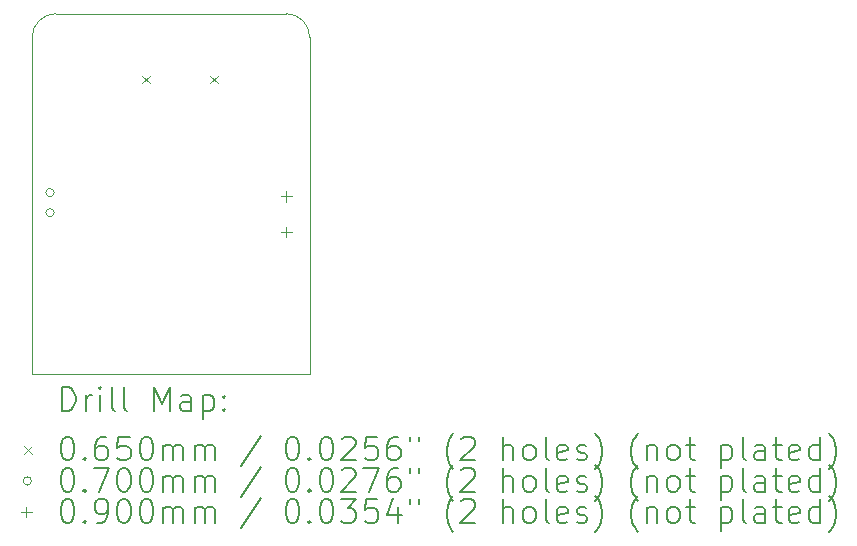
<source format=gbr>
%TF.GenerationSoftware,KiCad,Pcbnew,6.0.7+dfsg-1~bpo11+1*%
%TF.ProjectId,project,70726f6a-6563-4742-9e6b-696361645f70,rev?*%
%TF.SameCoordinates,Original*%
%TF.FileFunction,Drillmap*%
%TF.FilePolarity,Positive*%
%FSLAX45Y45*%
G04 Gerber Fmt 4.5, Leading zero omitted, Abs format (unit mm)*
%MOMM*%
%LPD*%
G01*
G04 APERTURE LIST*
%ADD10C,0.100000*%
%ADD11C,0.200000*%
%ADD12C,0.065000*%
%ADD13C,0.070000*%
%ADD14C,0.090000*%
G04 APERTURE END LIST*
D10*
X12225000Y-12647500D02*
X10115000Y-12647500D01*
X12350000Y-9800000D02*
X12350000Y-12647500D01*
X10000000Y-9800000D02*
X10000000Y-12647500D01*
X12350000Y-9800000D02*
G75*
G03*
X12150000Y-9600000I-200000J0D01*
G01*
X12225000Y-12647500D02*
X12350000Y-12647500D01*
X10200000Y-9600000D02*
X12150000Y-9600000D01*
X10115000Y-12647500D02*
X10000000Y-12647500D01*
X10200000Y-9600000D02*
G75*
G03*
X10000000Y-9800000I0J-200000D01*
G01*
D11*
D12*
X10928500Y-10125000D02*
X10993500Y-10190000D01*
X10993500Y-10125000D02*
X10928500Y-10190000D01*
X11506500Y-10125000D02*
X11571500Y-10190000D01*
X11571500Y-10125000D02*
X11506500Y-10190000D01*
D13*
X10185550Y-11115000D02*
G75*
G03*
X10185550Y-11115000I-35000J0D01*
G01*
X10185550Y-11285000D02*
G75*
G03*
X10185550Y-11285000I-35000J0D01*
G01*
D14*
X12153200Y-11102500D02*
X12153200Y-11192500D01*
X12108200Y-11147500D02*
X12198200Y-11147500D01*
X12153200Y-11402500D02*
X12153200Y-11492500D01*
X12108200Y-11447500D02*
X12198200Y-11447500D01*
D11*
X10252619Y-12962976D02*
X10252619Y-12762976D01*
X10300238Y-12762976D01*
X10328810Y-12772500D01*
X10347857Y-12791548D01*
X10357381Y-12810595D01*
X10366905Y-12848690D01*
X10366905Y-12877262D01*
X10357381Y-12915357D01*
X10347857Y-12934405D01*
X10328810Y-12953452D01*
X10300238Y-12962976D01*
X10252619Y-12962976D01*
X10452619Y-12962976D02*
X10452619Y-12829643D01*
X10452619Y-12867738D02*
X10462143Y-12848690D01*
X10471667Y-12839167D01*
X10490714Y-12829643D01*
X10509762Y-12829643D01*
X10576429Y-12962976D02*
X10576429Y-12829643D01*
X10576429Y-12762976D02*
X10566905Y-12772500D01*
X10576429Y-12782024D01*
X10585952Y-12772500D01*
X10576429Y-12762976D01*
X10576429Y-12782024D01*
X10700238Y-12962976D02*
X10681190Y-12953452D01*
X10671667Y-12934405D01*
X10671667Y-12762976D01*
X10805000Y-12962976D02*
X10785952Y-12953452D01*
X10776429Y-12934405D01*
X10776429Y-12762976D01*
X11033571Y-12962976D02*
X11033571Y-12762976D01*
X11100238Y-12905833D01*
X11166905Y-12762976D01*
X11166905Y-12962976D01*
X11347857Y-12962976D02*
X11347857Y-12858214D01*
X11338333Y-12839167D01*
X11319286Y-12829643D01*
X11281190Y-12829643D01*
X11262143Y-12839167D01*
X11347857Y-12953452D02*
X11328809Y-12962976D01*
X11281190Y-12962976D01*
X11262143Y-12953452D01*
X11252619Y-12934405D01*
X11252619Y-12915357D01*
X11262143Y-12896309D01*
X11281190Y-12886786D01*
X11328809Y-12886786D01*
X11347857Y-12877262D01*
X11443095Y-12829643D02*
X11443095Y-13029643D01*
X11443095Y-12839167D02*
X11462143Y-12829643D01*
X11500238Y-12829643D01*
X11519286Y-12839167D01*
X11528809Y-12848690D01*
X11538333Y-12867738D01*
X11538333Y-12924881D01*
X11528809Y-12943928D01*
X11519286Y-12953452D01*
X11500238Y-12962976D01*
X11462143Y-12962976D01*
X11443095Y-12953452D01*
X11624048Y-12943928D02*
X11633571Y-12953452D01*
X11624048Y-12962976D01*
X11614524Y-12953452D01*
X11624048Y-12943928D01*
X11624048Y-12962976D01*
X11624048Y-12839167D02*
X11633571Y-12848690D01*
X11624048Y-12858214D01*
X11614524Y-12848690D01*
X11624048Y-12839167D01*
X11624048Y-12858214D01*
D12*
X9930000Y-13260000D02*
X9995000Y-13325000D01*
X9995000Y-13260000D02*
X9930000Y-13325000D01*
D11*
X10290714Y-13182976D02*
X10309762Y-13182976D01*
X10328810Y-13192500D01*
X10338333Y-13202024D01*
X10347857Y-13221071D01*
X10357381Y-13259167D01*
X10357381Y-13306786D01*
X10347857Y-13344881D01*
X10338333Y-13363928D01*
X10328810Y-13373452D01*
X10309762Y-13382976D01*
X10290714Y-13382976D01*
X10271667Y-13373452D01*
X10262143Y-13363928D01*
X10252619Y-13344881D01*
X10243095Y-13306786D01*
X10243095Y-13259167D01*
X10252619Y-13221071D01*
X10262143Y-13202024D01*
X10271667Y-13192500D01*
X10290714Y-13182976D01*
X10443095Y-13363928D02*
X10452619Y-13373452D01*
X10443095Y-13382976D01*
X10433571Y-13373452D01*
X10443095Y-13363928D01*
X10443095Y-13382976D01*
X10624048Y-13182976D02*
X10585952Y-13182976D01*
X10566905Y-13192500D01*
X10557381Y-13202024D01*
X10538333Y-13230595D01*
X10528810Y-13268690D01*
X10528810Y-13344881D01*
X10538333Y-13363928D01*
X10547857Y-13373452D01*
X10566905Y-13382976D01*
X10605000Y-13382976D01*
X10624048Y-13373452D01*
X10633571Y-13363928D01*
X10643095Y-13344881D01*
X10643095Y-13297262D01*
X10633571Y-13278214D01*
X10624048Y-13268690D01*
X10605000Y-13259167D01*
X10566905Y-13259167D01*
X10547857Y-13268690D01*
X10538333Y-13278214D01*
X10528810Y-13297262D01*
X10824048Y-13182976D02*
X10728810Y-13182976D01*
X10719286Y-13278214D01*
X10728810Y-13268690D01*
X10747857Y-13259167D01*
X10795476Y-13259167D01*
X10814524Y-13268690D01*
X10824048Y-13278214D01*
X10833571Y-13297262D01*
X10833571Y-13344881D01*
X10824048Y-13363928D01*
X10814524Y-13373452D01*
X10795476Y-13382976D01*
X10747857Y-13382976D01*
X10728810Y-13373452D01*
X10719286Y-13363928D01*
X10957381Y-13182976D02*
X10976429Y-13182976D01*
X10995476Y-13192500D01*
X11005000Y-13202024D01*
X11014524Y-13221071D01*
X11024048Y-13259167D01*
X11024048Y-13306786D01*
X11014524Y-13344881D01*
X11005000Y-13363928D01*
X10995476Y-13373452D01*
X10976429Y-13382976D01*
X10957381Y-13382976D01*
X10938333Y-13373452D01*
X10928810Y-13363928D01*
X10919286Y-13344881D01*
X10909762Y-13306786D01*
X10909762Y-13259167D01*
X10919286Y-13221071D01*
X10928810Y-13202024D01*
X10938333Y-13192500D01*
X10957381Y-13182976D01*
X11109762Y-13382976D02*
X11109762Y-13249643D01*
X11109762Y-13268690D02*
X11119286Y-13259167D01*
X11138333Y-13249643D01*
X11166905Y-13249643D01*
X11185952Y-13259167D01*
X11195476Y-13278214D01*
X11195476Y-13382976D01*
X11195476Y-13278214D02*
X11205000Y-13259167D01*
X11224048Y-13249643D01*
X11252619Y-13249643D01*
X11271667Y-13259167D01*
X11281190Y-13278214D01*
X11281190Y-13382976D01*
X11376428Y-13382976D02*
X11376428Y-13249643D01*
X11376428Y-13268690D02*
X11385952Y-13259167D01*
X11405000Y-13249643D01*
X11433571Y-13249643D01*
X11452619Y-13259167D01*
X11462143Y-13278214D01*
X11462143Y-13382976D01*
X11462143Y-13278214D02*
X11471667Y-13259167D01*
X11490714Y-13249643D01*
X11519286Y-13249643D01*
X11538333Y-13259167D01*
X11547857Y-13278214D01*
X11547857Y-13382976D01*
X11938333Y-13173452D02*
X11766905Y-13430595D01*
X12195476Y-13182976D02*
X12214524Y-13182976D01*
X12233571Y-13192500D01*
X12243095Y-13202024D01*
X12252619Y-13221071D01*
X12262143Y-13259167D01*
X12262143Y-13306786D01*
X12252619Y-13344881D01*
X12243095Y-13363928D01*
X12233571Y-13373452D01*
X12214524Y-13382976D01*
X12195476Y-13382976D01*
X12176428Y-13373452D01*
X12166905Y-13363928D01*
X12157381Y-13344881D01*
X12147857Y-13306786D01*
X12147857Y-13259167D01*
X12157381Y-13221071D01*
X12166905Y-13202024D01*
X12176428Y-13192500D01*
X12195476Y-13182976D01*
X12347857Y-13363928D02*
X12357381Y-13373452D01*
X12347857Y-13382976D01*
X12338333Y-13373452D01*
X12347857Y-13363928D01*
X12347857Y-13382976D01*
X12481190Y-13182976D02*
X12500238Y-13182976D01*
X12519286Y-13192500D01*
X12528809Y-13202024D01*
X12538333Y-13221071D01*
X12547857Y-13259167D01*
X12547857Y-13306786D01*
X12538333Y-13344881D01*
X12528809Y-13363928D01*
X12519286Y-13373452D01*
X12500238Y-13382976D01*
X12481190Y-13382976D01*
X12462143Y-13373452D01*
X12452619Y-13363928D01*
X12443095Y-13344881D01*
X12433571Y-13306786D01*
X12433571Y-13259167D01*
X12443095Y-13221071D01*
X12452619Y-13202024D01*
X12462143Y-13192500D01*
X12481190Y-13182976D01*
X12624048Y-13202024D02*
X12633571Y-13192500D01*
X12652619Y-13182976D01*
X12700238Y-13182976D01*
X12719286Y-13192500D01*
X12728809Y-13202024D01*
X12738333Y-13221071D01*
X12738333Y-13240119D01*
X12728809Y-13268690D01*
X12614524Y-13382976D01*
X12738333Y-13382976D01*
X12919286Y-13182976D02*
X12824048Y-13182976D01*
X12814524Y-13278214D01*
X12824048Y-13268690D01*
X12843095Y-13259167D01*
X12890714Y-13259167D01*
X12909762Y-13268690D01*
X12919286Y-13278214D01*
X12928809Y-13297262D01*
X12928809Y-13344881D01*
X12919286Y-13363928D01*
X12909762Y-13373452D01*
X12890714Y-13382976D01*
X12843095Y-13382976D01*
X12824048Y-13373452D01*
X12814524Y-13363928D01*
X13100238Y-13182976D02*
X13062143Y-13182976D01*
X13043095Y-13192500D01*
X13033571Y-13202024D01*
X13014524Y-13230595D01*
X13005000Y-13268690D01*
X13005000Y-13344881D01*
X13014524Y-13363928D01*
X13024048Y-13373452D01*
X13043095Y-13382976D01*
X13081190Y-13382976D01*
X13100238Y-13373452D01*
X13109762Y-13363928D01*
X13119286Y-13344881D01*
X13119286Y-13297262D01*
X13109762Y-13278214D01*
X13100238Y-13268690D01*
X13081190Y-13259167D01*
X13043095Y-13259167D01*
X13024048Y-13268690D01*
X13014524Y-13278214D01*
X13005000Y-13297262D01*
X13195476Y-13182976D02*
X13195476Y-13221071D01*
X13271667Y-13182976D02*
X13271667Y-13221071D01*
X13566905Y-13459167D02*
X13557381Y-13449643D01*
X13538333Y-13421071D01*
X13528809Y-13402024D01*
X13519286Y-13373452D01*
X13509762Y-13325833D01*
X13509762Y-13287738D01*
X13519286Y-13240119D01*
X13528809Y-13211548D01*
X13538333Y-13192500D01*
X13557381Y-13163928D01*
X13566905Y-13154405D01*
X13633571Y-13202024D02*
X13643095Y-13192500D01*
X13662143Y-13182976D01*
X13709762Y-13182976D01*
X13728809Y-13192500D01*
X13738333Y-13202024D01*
X13747857Y-13221071D01*
X13747857Y-13240119D01*
X13738333Y-13268690D01*
X13624048Y-13382976D01*
X13747857Y-13382976D01*
X13985952Y-13382976D02*
X13985952Y-13182976D01*
X14071667Y-13382976D02*
X14071667Y-13278214D01*
X14062143Y-13259167D01*
X14043095Y-13249643D01*
X14014524Y-13249643D01*
X13995476Y-13259167D01*
X13985952Y-13268690D01*
X14195476Y-13382976D02*
X14176428Y-13373452D01*
X14166905Y-13363928D01*
X14157381Y-13344881D01*
X14157381Y-13287738D01*
X14166905Y-13268690D01*
X14176428Y-13259167D01*
X14195476Y-13249643D01*
X14224048Y-13249643D01*
X14243095Y-13259167D01*
X14252619Y-13268690D01*
X14262143Y-13287738D01*
X14262143Y-13344881D01*
X14252619Y-13363928D01*
X14243095Y-13373452D01*
X14224048Y-13382976D01*
X14195476Y-13382976D01*
X14376428Y-13382976D02*
X14357381Y-13373452D01*
X14347857Y-13354405D01*
X14347857Y-13182976D01*
X14528809Y-13373452D02*
X14509762Y-13382976D01*
X14471667Y-13382976D01*
X14452619Y-13373452D01*
X14443095Y-13354405D01*
X14443095Y-13278214D01*
X14452619Y-13259167D01*
X14471667Y-13249643D01*
X14509762Y-13249643D01*
X14528809Y-13259167D01*
X14538333Y-13278214D01*
X14538333Y-13297262D01*
X14443095Y-13316309D01*
X14614524Y-13373452D02*
X14633571Y-13382976D01*
X14671667Y-13382976D01*
X14690714Y-13373452D01*
X14700238Y-13354405D01*
X14700238Y-13344881D01*
X14690714Y-13325833D01*
X14671667Y-13316309D01*
X14643095Y-13316309D01*
X14624048Y-13306786D01*
X14614524Y-13287738D01*
X14614524Y-13278214D01*
X14624048Y-13259167D01*
X14643095Y-13249643D01*
X14671667Y-13249643D01*
X14690714Y-13259167D01*
X14766905Y-13459167D02*
X14776428Y-13449643D01*
X14795476Y-13421071D01*
X14805000Y-13402024D01*
X14814524Y-13373452D01*
X14824048Y-13325833D01*
X14824048Y-13287738D01*
X14814524Y-13240119D01*
X14805000Y-13211548D01*
X14795476Y-13192500D01*
X14776428Y-13163928D01*
X14766905Y-13154405D01*
X15128809Y-13459167D02*
X15119286Y-13449643D01*
X15100238Y-13421071D01*
X15090714Y-13402024D01*
X15081190Y-13373452D01*
X15071667Y-13325833D01*
X15071667Y-13287738D01*
X15081190Y-13240119D01*
X15090714Y-13211548D01*
X15100238Y-13192500D01*
X15119286Y-13163928D01*
X15128809Y-13154405D01*
X15205000Y-13249643D02*
X15205000Y-13382976D01*
X15205000Y-13268690D02*
X15214524Y-13259167D01*
X15233571Y-13249643D01*
X15262143Y-13249643D01*
X15281190Y-13259167D01*
X15290714Y-13278214D01*
X15290714Y-13382976D01*
X15414524Y-13382976D02*
X15395476Y-13373452D01*
X15385952Y-13363928D01*
X15376428Y-13344881D01*
X15376428Y-13287738D01*
X15385952Y-13268690D01*
X15395476Y-13259167D01*
X15414524Y-13249643D01*
X15443095Y-13249643D01*
X15462143Y-13259167D01*
X15471667Y-13268690D01*
X15481190Y-13287738D01*
X15481190Y-13344881D01*
X15471667Y-13363928D01*
X15462143Y-13373452D01*
X15443095Y-13382976D01*
X15414524Y-13382976D01*
X15538333Y-13249643D02*
X15614524Y-13249643D01*
X15566905Y-13182976D02*
X15566905Y-13354405D01*
X15576428Y-13373452D01*
X15595476Y-13382976D01*
X15614524Y-13382976D01*
X15833571Y-13249643D02*
X15833571Y-13449643D01*
X15833571Y-13259167D02*
X15852619Y-13249643D01*
X15890714Y-13249643D01*
X15909762Y-13259167D01*
X15919286Y-13268690D01*
X15928809Y-13287738D01*
X15928809Y-13344881D01*
X15919286Y-13363928D01*
X15909762Y-13373452D01*
X15890714Y-13382976D01*
X15852619Y-13382976D01*
X15833571Y-13373452D01*
X16043095Y-13382976D02*
X16024048Y-13373452D01*
X16014524Y-13354405D01*
X16014524Y-13182976D01*
X16205000Y-13382976D02*
X16205000Y-13278214D01*
X16195476Y-13259167D01*
X16176428Y-13249643D01*
X16138333Y-13249643D01*
X16119286Y-13259167D01*
X16205000Y-13373452D02*
X16185952Y-13382976D01*
X16138333Y-13382976D01*
X16119286Y-13373452D01*
X16109762Y-13354405D01*
X16109762Y-13335357D01*
X16119286Y-13316309D01*
X16138333Y-13306786D01*
X16185952Y-13306786D01*
X16205000Y-13297262D01*
X16271667Y-13249643D02*
X16347857Y-13249643D01*
X16300238Y-13182976D02*
X16300238Y-13354405D01*
X16309762Y-13373452D01*
X16328809Y-13382976D01*
X16347857Y-13382976D01*
X16490714Y-13373452D02*
X16471667Y-13382976D01*
X16433571Y-13382976D01*
X16414524Y-13373452D01*
X16405000Y-13354405D01*
X16405000Y-13278214D01*
X16414524Y-13259167D01*
X16433571Y-13249643D01*
X16471667Y-13249643D01*
X16490714Y-13259167D01*
X16500238Y-13278214D01*
X16500238Y-13297262D01*
X16405000Y-13316309D01*
X16671667Y-13382976D02*
X16671667Y-13182976D01*
X16671667Y-13373452D02*
X16652619Y-13382976D01*
X16614524Y-13382976D01*
X16595476Y-13373452D01*
X16585952Y-13363928D01*
X16576428Y-13344881D01*
X16576428Y-13287738D01*
X16585952Y-13268690D01*
X16595476Y-13259167D01*
X16614524Y-13249643D01*
X16652619Y-13249643D01*
X16671667Y-13259167D01*
X16747857Y-13459167D02*
X16757381Y-13449643D01*
X16776428Y-13421071D01*
X16785952Y-13402024D01*
X16795476Y-13373452D01*
X16805000Y-13325833D01*
X16805000Y-13287738D01*
X16795476Y-13240119D01*
X16785952Y-13211548D01*
X16776428Y-13192500D01*
X16757381Y-13163928D01*
X16747857Y-13154405D01*
D13*
X9995000Y-13556500D02*
G75*
G03*
X9995000Y-13556500I-35000J0D01*
G01*
D11*
X10290714Y-13446976D02*
X10309762Y-13446976D01*
X10328810Y-13456500D01*
X10338333Y-13466024D01*
X10347857Y-13485071D01*
X10357381Y-13523167D01*
X10357381Y-13570786D01*
X10347857Y-13608881D01*
X10338333Y-13627928D01*
X10328810Y-13637452D01*
X10309762Y-13646976D01*
X10290714Y-13646976D01*
X10271667Y-13637452D01*
X10262143Y-13627928D01*
X10252619Y-13608881D01*
X10243095Y-13570786D01*
X10243095Y-13523167D01*
X10252619Y-13485071D01*
X10262143Y-13466024D01*
X10271667Y-13456500D01*
X10290714Y-13446976D01*
X10443095Y-13627928D02*
X10452619Y-13637452D01*
X10443095Y-13646976D01*
X10433571Y-13637452D01*
X10443095Y-13627928D01*
X10443095Y-13646976D01*
X10519286Y-13446976D02*
X10652619Y-13446976D01*
X10566905Y-13646976D01*
X10766905Y-13446976D02*
X10785952Y-13446976D01*
X10805000Y-13456500D01*
X10814524Y-13466024D01*
X10824048Y-13485071D01*
X10833571Y-13523167D01*
X10833571Y-13570786D01*
X10824048Y-13608881D01*
X10814524Y-13627928D01*
X10805000Y-13637452D01*
X10785952Y-13646976D01*
X10766905Y-13646976D01*
X10747857Y-13637452D01*
X10738333Y-13627928D01*
X10728810Y-13608881D01*
X10719286Y-13570786D01*
X10719286Y-13523167D01*
X10728810Y-13485071D01*
X10738333Y-13466024D01*
X10747857Y-13456500D01*
X10766905Y-13446976D01*
X10957381Y-13446976D02*
X10976429Y-13446976D01*
X10995476Y-13456500D01*
X11005000Y-13466024D01*
X11014524Y-13485071D01*
X11024048Y-13523167D01*
X11024048Y-13570786D01*
X11014524Y-13608881D01*
X11005000Y-13627928D01*
X10995476Y-13637452D01*
X10976429Y-13646976D01*
X10957381Y-13646976D01*
X10938333Y-13637452D01*
X10928810Y-13627928D01*
X10919286Y-13608881D01*
X10909762Y-13570786D01*
X10909762Y-13523167D01*
X10919286Y-13485071D01*
X10928810Y-13466024D01*
X10938333Y-13456500D01*
X10957381Y-13446976D01*
X11109762Y-13646976D02*
X11109762Y-13513643D01*
X11109762Y-13532690D02*
X11119286Y-13523167D01*
X11138333Y-13513643D01*
X11166905Y-13513643D01*
X11185952Y-13523167D01*
X11195476Y-13542214D01*
X11195476Y-13646976D01*
X11195476Y-13542214D02*
X11205000Y-13523167D01*
X11224048Y-13513643D01*
X11252619Y-13513643D01*
X11271667Y-13523167D01*
X11281190Y-13542214D01*
X11281190Y-13646976D01*
X11376428Y-13646976D02*
X11376428Y-13513643D01*
X11376428Y-13532690D02*
X11385952Y-13523167D01*
X11405000Y-13513643D01*
X11433571Y-13513643D01*
X11452619Y-13523167D01*
X11462143Y-13542214D01*
X11462143Y-13646976D01*
X11462143Y-13542214D02*
X11471667Y-13523167D01*
X11490714Y-13513643D01*
X11519286Y-13513643D01*
X11538333Y-13523167D01*
X11547857Y-13542214D01*
X11547857Y-13646976D01*
X11938333Y-13437452D02*
X11766905Y-13694595D01*
X12195476Y-13446976D02*
X12214524Y-13446976D01*
X12233571Y-13456500D01*
X12243095Y-13466024D01*
X12252619Y-13485071D01*
X12262143Y-13523167D01*
X12262143Y-13570786D01*
X12252619Y-13608881D01*
X12243095Y-13627928D01*
X12233571Y-13637452D01*
X12214524Y-13646976D01*
X12195476Y-13646976D01*
X12176428Y-13637452D01*
X12166905Y-13627928D01*
X12157381Y-13608881D01*
X12147857Y-13570786D01*
X12147857Y-13523167D01*
X12157381Y-13485071D01*
X12166905Y-13466024D01*
X12176428Y-13456500D01*
X12195476Y-13446976D01*
X12347857Y-13627928D02*
X12357381Y-13637452D01*
X12347857Y-13646976D01*
X12338333Y-13637452D01*
X12347857Y-13627928D01*
X12347857Y-13646976D01*
X12481190Y-13446976D02*
X12500238Y-13446976D01*
X12519286Y-13456500D01*
X12528809Y-13466024D01*
X12538333Y-13485071D01*
X12547857Y-13523167D01*
X12547857Y-13570786D01*
X12538333Y-13608881D01*
X12528809Y-13627928D01*
X12519286Y-13637452D01*
X12500238Y-13646976D01*
X12481190Y-13646976D01*
X12462143Y-13637452D01*
X12452619Y-13627928D01*
X12443095Y-13608881D01*
X12433571Y-13570786D01*
X12433571Y-13523167D01*
X12443095Y-13485071D01*
X12452619Y-13466024D01*
X12462143Y-13456500D01*
X12481190Y-13446976D01*
X12624048Y-13466024D02*
X12633571Y-13456500D01*
X12652619Y-13446976D01*
X12700238Y-13446976D01*
X12719286Y-13456500D01*
X12728809Y-13466024D01*
X12738333Y-13485071D01*
X12738333Y-13504119D01*
X12728809Y-13532690D01*
X12614524Y-13646976D01*
X12738333Y-13646976D01*
X12805000Y-13446976D02*
X12938333Y-13446976D01*
X12852619Y-13646976D01*
X13100238Y-13446976D02*
X13062143Y-13446976D01*
X13043095Y-13456500D01*
X13033571Y-13466024D01*
X13014524Y-13494595D01*
X13005000Y-13532690D01*
X13005000Y-13608881D01*
X13014524Y-13627928D01*
X13024048Y-13637452D01*
X13043095Y-13646976D01*
X13081190Y-13646976D01*
X13100238Y-13637452D01*
X13109762Y-13627928D01*
X13119286Y-13608881D01*
X13119286Y-13561262D01*
X13109762Y-13542214D01*
X13100238Y-13532690D01*
X13081190Y-13523167D01*
X13043095Y-13523167D01*
X13024048Y-13532690D01*
X13014524Y-13542214D01*
X13005000Y-13561262D01*
X13195476Y-13446976D02*
X13195476Y-13485071D01*
X13271667Y-13446976D02*
X13271667Y-13485071D01*
X13566905Y-13723167D02*
X13557381Y-13713643D01*
X13538333Y-13685071D01*
X13528809Y-13666024D01*
X13519286Y-13637452D01*
X13509762Y-13589833D01*
X13509762Y-13551738D01*
X13519286Y-13504119D01*
X13528809Y-13475548D01*
X13538333Y-13456500D01*
X13557381Y-13427928D01*
X13566905Y-13418405D01*
X13633571Y-13466024D02*
X13643095Y-13456500D01*
X13662143Y-13446976D01*
X13709762Y-13446976D01*
X13728809Y-13456500D01*
X13738333Y-13466024D01*
X13747857Y-13485071D01*
X13747857Y-13504119D01*
X13738333Y-13532690D01*
X13624048Y-13646976D01*
X13747857Y-13646976D01*
X13985952Y-13646976D02*
X13985952Y-13446976D01*
X14071667Y-13646976D02*
X14071667Y-13542214D01*
X14062143Y-13523167D01*
X14043095Y-13513643D01*
X14014524Y-13513643D01*
X13995476Y-13523167D01*
X13985952Y-13532690D01*
X14195476Y-13646976D02*
X14176428Y-13637452D01*
X14166905Y-13627928D01*
X14157381Y-13608881D01*
X14157381Y-13551738D01*
X14166905Y-13532690D01*
X14176428Y-13523167D01*
X14195476Y-13513643D01*
X14224048Y-13513643D01*
X14243095Y-13523167D01*
X14252619Y-13532690D01*
X14262143Y-13551738D01*
X14262143Y-13608881D01*
X14252619Y-13627928D01*
X14243095Y-13637452D01*
X14224048Y-13646976D01*
X14195476Y-13646976D01*
X14376428Y-13646976D02*
X14357381Y-13637452D01*
X14347857Y-13618405D01*
X14347857Y-13446976D01*
X14528809Y-13637452D02*
X14509762Y-13646976D01*
X14471667Y-13646976D01*
X14452619Y-13637452D01*
X14443095Y-13618405D01*
X14443095Y-13542214D01*
X14452619Y-13523167D01*
X14471667Y-13513643D01*
X14509762Y-13513643D01*
X14528809Y-13523167D01*
X14538333Y-13542214D01*
X14538333Y-13561262D01*
X14443095Y-13580309D01*
X14614524Y-13637452D02*
X14633571Y-13646976D01*
X14671667Y-13646976D01*
X14690714Y-13637452D01*
X14700238Y-13618405D01*
X14700238Y-13608881D01*
X14690714Y-13589833D01*
X14671667Y-13580309D01*
X14643095Y-13580309D01*
X14624048Y-13570786D01*
X14614524Y-13551738D01*
X14614524Y-13542214D01*
X14624048Y-13523167D01*
X14643095Y-13513643D01*
X14671667Y-13513643D01*
X14690714Y-13523167D01*
X14766905Y-13723167D02*
X14776428Y-13713643D01*
X14795476Y-13685071D01*
X14805000Y-13666024D01*
X14814524Y-13637452D01*
X14824048Y-13589833D01*
X14824048Y-13551738D01*
X14814524Y-13504119D01*
X14805000Y-13475548D01*
X14795476Y-13456500D01*
X14776428Y-13427928D01*
X14766905Y-13418405D01*
X15128809Y-13723167D02*
X15119286Y-13713643D01*
X15100238Y-13685071D01*
X15090714Y-13666024D01*
X15081190Y-13637452D01*
X15071667Y-13589833D01*
X15071667Y-13551738D01*
X15081190Y-13504119D01*
X15090714Y-13475548D01*
X15100238Y-13456500D01*
X15119286Y-13427928D01*
X15128809Y-13418405D01*
X15205000Y-13513643D02*
X15205000Y-13646976D01*
X15205000Y-13532690D02*
X15214524Y-13523167D01*
X15233571Y-13513643D01*
X15262143Y-13513643D01*
X15281190Y-13523167D01*
X15290714Y-13542214D01*
X15290714Y-13646976D01*
X15414524Y-13646976D02*
X15395476Y-13637452D01*
X15385952Y-13627928D01*
X15376428Y-13608881D01*
X15376428Y-13551738D01*
X15385952Y-13532690D01*
X15395476Y-13523167D01*
X15414524Y-13513643D01*
X15443095Y-13513643D01*
X15462143Y-13523167D01*
X15471667Y-13532690D01*
X15481190Y-13551738D01*
X15481190Y-13608881D01*
X15471667Y-13627928D01*
X15462143Y-13637452D01*
X15443095Y-13646976D01*
X15414524Y-13646976D01*
X15538333Y-13513643D02*
X15614524Y-13513643D01*
X15566905Y-13446976D02*
X15566905Y-13618405D01*
X15576428Y-13637452D01*
X15595476Y-13646976D01*
X15614524Y-13646976D01*
X15833571Y-13513643D02*
X15833571Y-13713643D01*
X15833571Y-13523167D02*
X15852619Y-13513643D01*
X15890714Y-13513643D01*
X15909762Y-13523167D01*
X15919286Y-13532690D01*
X15928809Y-13551738D01*
X15928809Y-13608881D01*
X15919286Y-13627928D01*
X15909762Y-13637452D01*
X15890714Y-13646976D01*
X15852619Y-13646976D01*
X15833571Y-13637452D01*
X16043095Y-13646976D02*
X16024048Y-13637452D01*
X16014524Y-13618405D01*
X16014524Y-13446976D01*
X16205000Y-13646976D02*
X16205000Y-13542214D01*
X16195476Y-13523167D01*
X16176428Y-13513643D01*
X16138333Y-13513643D01*
X16119286Y-13523167D01*
X16205000Y-13637452D02*
X16185952Y-13646976D01*
X16138333Y-13646976D01*
X16119286Y-13637452D01*
X16109762Y-13618405D01*
X16109762Y-13599357D01*
X16119286Y-13580309D01*
X16138333Y-13570786D01*
X16185952Y-13570786D01*
X16205000Y-13561262D01*
X16271667Y-13513643D02*
X16347857Y-13513643D01*
X16300238Y-13446976D02*
X16300238Y-13618405D01*
X16309762Y-13637452D01*
X16328809Y-13646976D01*
X16347857Y-13646976D01*
X16490714Y-13637452D02*
X16471667Y-13646976D01*
X16433571Y-13646976D01*
X16414524Y-13637452D01*
X16405000Y-13618405D01*
X16405000Y-13542214D01*
X16414524Y-13523167D01*
X16433571Y-13513643D01*
X16471667Y-13513643D01*
X16490714Y-13523167D01*
X16500238Y-13542214D01*
X16500238Y-13561262D01*
X16405000Y-13580309D01*
X16671667Y-13646976D02*
X16671667Y-13446976D01*
X16671667Y-13637452D02*
X16652619Y-13646976D01*
X16614524Y-13646976D01*
X16595476Y-13637452D01*
X16585952Y-13627928D01*
X16576428Y-13608881D01*
X16576428Y-13551738D01*
X16585952Y-13532690D01*
X16595476Y-13523167D01*
X16614524Y-13513643D01*
X16652619Y-13513643D01*
X16671667Y-13523167D01*
X16747857Y-13723167D02*
X16757381Y-13713643D01*
X16776428Y-13685071D01*
X16785952Y-13666024D01*
X16795476Y-13637452D01*
X16805000Y-13589833D01*
X16805000Y-13551738D01*
X16795476Y-13504119D01*
X16785952Y-13475548D01*
X16776428Y-13456500D01*
X16757381Y-13427928D01*
X16747857Y-13418405D01*
D14*
X9950000Y-13775500D02*
X9950000Y-13865500D01*
X9905000Y-13820500D02*
X9995000Y-13820500D01*
D11*
X10290714Y-13710976D02*
X10309762Y-13710976D01*
X10328810Y-13720500D01*
X10338333Y-13730024D01*
X10347857Y-13749071D01*
X10357381Y-13787167D01*
X10357381Y-13834786D01*
X10347857Y-13872881D01*
X10338333Y-13891928D01*
X10328810Y-13901452D01*
X10309762Y-13910976D01*
X10290714Y-13910976D01*
X10271667Y-13901452D01*
X10262143Y-13891928D01*
X10252619Y-13872881D01*
X10243095Y-13834786D01*
X10243095Y-13787167D01*
X10252619Y-13749071D01*
X10262143Y-13730024D01*
X10271667Y-13720500D01*
X10290714Y-13710976D01*
X10443095Y-13891928D02*
X10452619Y-13901452D01*
X10443095Y-13910976D01*
X10433571Y-13901452D01*
X10443095Y-13891928D01*
X10443095Y-13910976D01*
X10547857Y-13910976D02*
X10585952Y-13910976D01*
X10605000Y-13901452D01*
X10614524Y-13891928D01*
X10633571Y-13863357D01*
X10643095Y-13825262D01*
X10643095Y-13749071D01*
X10633571Y-13730024D01*
X10624048Y-13720500D01*
X10605000Y-13710976D01*
X10566905Y-13710976D01*
X10547857Y-13720500D01*
X10538333Y-13730024D01*
X10528810Y-13749071D01*
X10528810Y-13796690D01*
X10538333Y-13815738D01*
X10547857Y-13825262D01*
X10566905Y-13834786D01*
X10605000Y-13834786D01*
X10624048Y-13825262D01*
X10633571Y-13815738D01*
X10643095Y-13796690D01*
X10766905Y-13710976D02*
X10785952Y-13710976D01*
X10805000Y-13720500D01*
X10814524Y-13730024D01*
X10824048Y-13749071D01*
X10833571Y-13787167D01*
X10833571Y-13834786D01*
X10824048Y-13872881D01*
X10814524Y-13891928D01*
X10805000Y-13901452D01*
X10785952Y-13910976D01*
X10766905Y-13910976D01*
X10747857Y-13901452D01*
X10738333Y-13891928D01*
X10728810Y-13872881D01*
X10719286Y-13834786D01*
X10719286Y-13787167D01*
X10728810Y-13749071D01*
X10738333Y-13730024D01*
X10747857Y-13720500D01*
X10766905Y-13710976D01*
X10957381Y-13710976D02*
X10976429Y-13710976D01*
X10995476Y-13720500D01*
X11005000Y-13730024D01*
X11014524Y-13749071D01*
X11024048Y-13787167D01*
X11024048Y-13834786D01*
X11014524Y-13872881D01*
X11005000Y-13891928D01*
X10995476Y-13901452D01*
X10976429Y-13910976D01*
X10957381Y-13910976D01*
X10938333Y-13901452D01*
X10928810Y-13891928D01*
X10919286Y-13872881D01*
X10909762Y-13834786D01*
X10909762Y-13787167D01*
X10919286Y-13749071D01*
X10928810Y-13730024D01*
X10938333Y-13720500D01*
X10957381Y-13710976D01*
X11109762Y-13910976D02*
X11109762Y-13777643D01*
X11109762Y-13796690D02*
X11119286Y-13787167D01*
X11138333Y-13777643D01*
X11166905Y-13777643D01*
X11185952Y-13787167D01*
X11195476Y-13806214D01*
X11195476Y-13910976D01*
X11195476Y-13806214D02*
X11205000Y-13787167D01*
X11224048Y-13777643D01*
X11252619Y-13777643D01*
X11271667Y-13787167D01*
X11281190Y-13806214D01*
X11281190Y-13910976D01*
X11376428Y-13910976D02*
X11376428Y-13777643D01*
X11376428Y-13796690D02*
X11385952Y-13787167D01*
X11405000Y-13777643D01*
X11433571Y-13777643D01*
X11452619Y-13787167D01*
X11462143Y-13806214D01*
X11462143Y-13910976D01*
X11462143Y-13806214D02*
X11471667Y-13787167D01*
X11490714Y-13777643D01*
X11519286Y-13777643D01*
X11538333Y-13787167D01*
X11547857Y-13806214D01*
X11547857Y-13910976D01*
X11938333Y-13701452D02*
X11766905Y-13958595D01*
X12195476Y-13710976D02*
X12214524Y-13710976D01*
X12233571Y-13720500D01*
X12243095Y-13730024D01*
X12252619Y-13749071D01*
X12262143Y-13787167D01*
X12262143Y-13834786D01*
X12252619Y-13872881D01*
X12243095Y-13891928D01*
X12233571Y-13901452D01*
X12214524Y-13910976D01*
X12195476Y-13910976D01*
X12176428Y-13901452D01*
X12166905Y-13891928D01*
X12157381Y-13872881D01*
X12147857Y-13834786D01*
X12147857Y-13787167D01*
X12157381Y-13749071D01*
X12166905Y-13730024D01*
X12176428Y-13720500D01*
X12195476Y-13710976D01*
X12347857Y-13891928D02*
X12357381Y-13901452D01*
X12347857Y-13910976D01*
X12338333Y-13901452D01*
X12347857Y-13891928D01*
X12347857Y-13910976D01*
X12481190Y-13710976D02*
X12500238Y-13710976D01*
X12519286Y-13720500D01*
X12528809Y-13730024D01*
X12538333Y-13749071D01*
X12547857Y-13787167D01*
X12547857Y-13834786D01*
X12538333Y-13872881D01*
X12528809Y-13891928D01*
X12519286Y-13901452D01*
X12500238Y-13910976D01*
X12481190Y-13910976D01*
X12462143Y-13901452D01*
X12452619Y-13891928D01*
X12443095Y-13872881D01*
X12433571Y-13834786D01*
X12433571Y-13787167D01*
X12443095Y-13749071D01*
X12452619Y-13730024D01*
X12462143Y-13720500D01*
X12481190Y-13710976D01*
X12614524Y-13710976D02*
X12738333Y-13710976D01*
X12671667Y-13787167D01*
X12700238Y-13787167D01*
X12719286Y-13796690D01*
X12728809Y-13806214D01*
X12738333Y-13825262D01*
X12738333Y-13872881D01*
X12728809Y-13891928D01*
X12719286Y-13901452D01*
X12700238Y-13910976D01*
X12643095Y-13910976D01*
X12624048Y-13901452D01*
X12614524Y-13891928D01*
X12919286Y-13710976D02*
X12824048Y-13710976D01*
X12814524Y-13806214D01*
X12824048Y-13796690D01*
X12843095Y-13787167D01*
X12890714Y-13787167D01*
X12909762Y-13796690D01*
X12919286Y-13806214D01*
X12928809Y-13825262D01*
X12928809Y-13872881D01*
X12919286Y-13891928D01*
X12909762Y-13901452D01*
X12890714Y-13910976D01*
X12843095Y-13910976D01*
X12824048Y-13901452D01*
X12814524Y-13891928D01*
X13100238Y-13777643D02*
X13100238Y-13910976D01*
X13052619Y-13701452D02*
X13005000Y-13844309D01*
X13128809Y-13844309D01*
X13195476Y-13710976D02*
X13195476Y-13749071D01*
X13271667Y-13710976D02*
X13271667Y-13749071D01*
X13566905Y-13987167D02*
X13557381Y-13977643D01*
X13538333Y-13949071D01*
X13528809Y-13930024D01*
X13519286Y-13901452D01*
X13509762Y-13853833D01*
X13509762Y-13815738D01*
X13519286Y-13768119D01*
X13528809Y-13739548D01*
X13538333Y-13720500D01*
X13557381Y-13691928D01*
X13566905Y-13682405D01*
X13633571Y-13730024D02*
X13643095Y-13720500D01*
X13662143Y-13710976D01*
X13709762Y-13710976D01*
X13728809Y-13720500D01*
X13738333Y-13730024D01*
X13747857Y-13749071D01*
X13747857Y-13768119D01*
X13738333Y-13796690D01*
X13624048Y-13910976D01*
X13747857Y-13910976D01*
X13985952Y-13910976D02*
X13985952Y-13710976D01*
X14071667Y-13910976D02*
X14071667Y-13806214D01*
X14062143Y-13787167D01*
X14043095Y-13777643D01*
X14014524Y-13777643D01*
X13995476Y-13787167D01*
X13985952Y-13796690D01*
X14195476Y-13910976D02*
X14176428Y-13901452D01*
X14166905Y-13891928D01*
X14157381Y-13872881D01*
X14157381Y-13815738D01*
X14166905Y-13796690D01*
X14176428Y-13787167D01*
X14195476Y-13777643D01*
X14224048Y-13777643D01*
X14243095Y-13787167D01*
X14252619Y-13796690D01*
X14262143Y-13815738D01*
X14262143Y-13872881D01*
X14252619Y-13891928D01*
X14243095Y-13901452D01*
X14224048Y-13910976D01*
X14195476Y-13910976D01*
X14376428Y-13910976D02*
X14357381Y-13901452D01*
X14347857Y-13882405D01*
X14347857Y-13710976D01*
X14528809Y-13901452D02*
X14509762Y-13910976D01*
X14471667Y-13910976D01*
X14452619Y-13901452D01*
X14443095Y-13882405D01*
X14443095Y-13806214D01*
X14452619Y-13787167D01*
X14471667Y-13777643D01*
X14509762Y-13777643D01*
X14528809Y-13787167D01*
X14538333Y-13806214D01*
X14538333Y-13825262D01*
X14443095Y-13844309D01*
X14614524Y-13901452D02*
X14633571Y-13910976D01*
X14671667Y-13910976D01*
X14690714Y-13901452D01*
X14700238Y-13882405D01*
X14700238Y-13872881D01*
X14690714Y-13853833D01*
X14671667Y-13844309D01*
X14643095Y-13844309D01*
X14624048Y-13834786D01*
X14614524Y-13815738D01*
X14614524Y-13806214D01*
X14624048Y-13787167D01*
X14643095Y-13777643D01*
X14671667Y-13777643D01*
X14690714Y-13787167D01*
X14766905Y-13987167D02*
X14776428Y-13977643D01*
X14795476Y-13949071D01*
X14805000Y-13930024D01*
X14814524Y-13901452D01*
X14824048Y-13853833D01*
X14824048Y-13815738D01*
X14814524Y-13768119D01*
X14805000Y-13739548D01*
X14795476Y-13720500D01*
X14776428Y-13691928D01*
X14766905Y-13682405D01*
X15128809Y-13987167D02*
X15119286Y-13977643D01*
X15100238Y-13949071D01*
X15090714Y-13930024D01*
X15081190Y-13901452D01*
X15071667Y-13853833D01*
X15071667Y-13815738D01*
X15081190Y-13768119D01*
X15090714Y-13739548D01*
X15100238Y-13720500D01*
X15119286Y-13691928D01*
X15128809Y-13682405D01*
X15205000Y-13777643D02*
X15205000Y-13910976D01*
X15205000Y-13796690D02*
X15214524Y-13787167D01*
X15233571Y-13777643D01*
X15262143Y-13777643D01*
X15281190Y-13787167D01*
X15290714Y-13806214D01*
X15290714Y-13910976D01*
X15414524Y-13910976D02*
X15395476Y-13901452D01*
X15385952Y-13891928D01*
X15376428Y-13872881D01*
X15376428Y-13815738D01*
X15385952Y-13796690D01*
X15395476Y-13787167D01*
X15414524Y-13777643D01*
X15443095Y-13777643D01*
X15462143Y-13787167D01*
X15471667Y-13796690D01*
X15481190Y-13815738D01*
X15481190Y-13872881D01*
X15471667Y-13891928D01*
X15462143Y-13901452D01*
X15443095Y-13910976D01*
X15414524Y-13910976D01*
X15538333Y-13777643D02*
X15614524Y-13777643D01*
X15566905Y-13710976D02*
X15566905Y-13882405D01*
X15576428Y-13901452D01*
X15595476Y-13910976D01*
X15614524Y-13910976D01*
X15833571Y-13777643D02*
X15833571Y-13977643D01*
X15833571Y-13787167D02*
X15852619Y-13777643D01*
X15890714Y-13777643D01*
X15909762Y-13787167D01*
X15919286Y-13796690D01*
X15928809Y-13815738D01*
X15928809Y-13872881D01*
X15919286Y-13891928D01*
X15909762Y-13901452D01*
X15890714Y-13910976D01*
X15852619Y-13910976D01*
X15833571Y-13901452D01*
X16043095Y-13910976D02*
X16024048Y-13901452D01*
X16014524Y-13882405D01*
X16014524Y-13710976D01*
X16205000Y-13910976D02*
X16205000Y-13806214D01*
X16195476Y-13787167D01*
X16176428Y-13777643D01*
X16138333Y-13777643D01*
X16119286Y-13787167D01*
X16205000Y-13901452D02*
X16185952Y-13910976D01*
X16138333Y-13910976D01*
X16119286Y-13901452D01*
X16109762Y-13882405D01*
X16109762Y-13863357D01*
X16119286Y-13844309D01*
X16138333Y-13834786D01*
X16185952Y-13834786D01*
X16205000Y-13825262D01*
X16271667Y-13777643D02*
X16347857Y-13777643D01*
X16300238Y-13710976D02*
X16300238Y-13882405D01*
X16309762Y-13901452D01*
X16328809Y-13910976D01*
X16347857Y-13910976D01*
X16490714Y-13901452D02*
X16471667Y-13910976D01*
X16433571Y-13910976D01*
X16414524Y-13901452D01*
X16405000Y-13882405D01*
X16405000Y-13806214D01*
X16414524Y-13787167D01*
X16433571Y-13777643D01*
X16471667Y-13777643D01*
X16490714Y-13787167D01*
X16500238Y-13806214D01*
X16500238Y-13825262D01*
X16405000Y-13844309D01*
X16671667Y-13910976D02*
X16671667Y-13710976D01*
X16671667Y-13901452D02*
X16652619Y-13910976D01*
X16614524Y-13910976D01*
X16595476Y-13901452D01*
X16585952Y-13891928D01*
X16576428Y-13872881D01*
X16576428Y-13815738D01*
X16585952Y-13796690D01*
X16595476Y-13787167D01*
X16614524Y-13777643D01*
X16652619Y-13777643D01*
X16671667Y-13787167D01*
X16747857Y-13987167D02*
X16757381Y-13977643D01*
X16776428Y-13949071D01*
X16785952Y-13930024D01*
X16795476Y-13901452D01*
X16805000Y-13853833D01*
X16805000Y-13815738D01*
X16795476Y-13768119D01*
X16785952Y-13739548D01*
X16776428Y-13720500D01*
X16757381Y-13691928D01*
X16747857Y-13682405D01*
M02*

</source>
